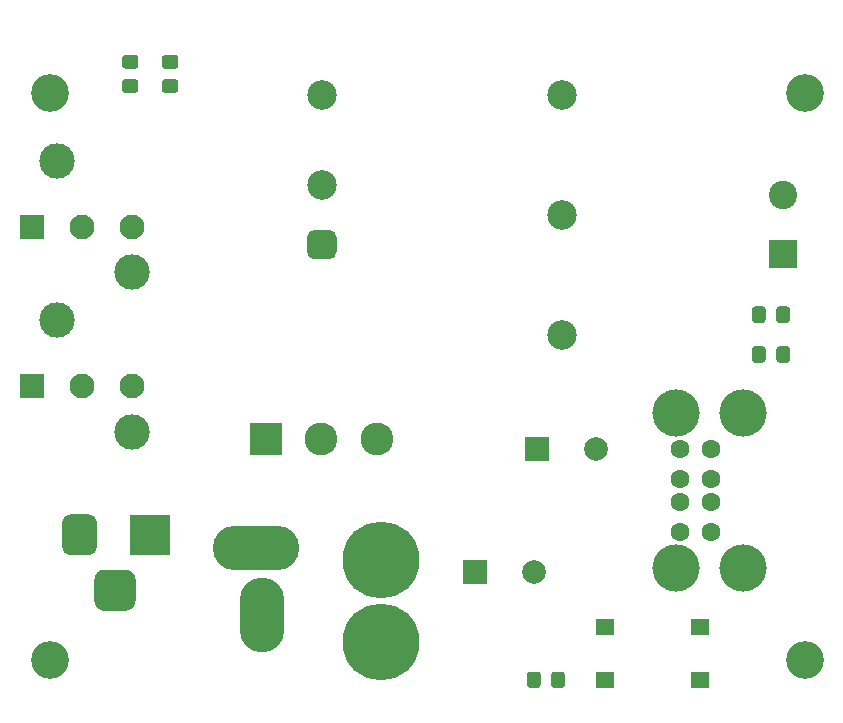
<source format=gts>
G04 #@! TF.GenerationSoftware,KiCad,Pcbnew,(5.1.6)-1*
G04 #@! TF.CreationDate,2022-01-28T10:44:45+01:00*
G04 #@! TF.ProjectId,Supply_5V,53757070-6c79-45f3-9556-2e6b69636164,rev?*
G04 #@! TF.SameCoordinates,Original*
G04 #@! TF.FileFunction,Soldermask,Top*
G04 #@! TF.FilePolarity,Negative*
%FSLAX46Y46*%
G04 Gerber Fmt 4.6, Leading zero omitted, Abs format (unit mm)*
G04 Created by KiCad (PCBNEW (5.1.6)-1) date 2022-01-28 10:44:45*
%MOMM*%
%LPD*%
G01*
G04 APERTURE LIST*
%ADD10C,2.500000*%
%ADD11C,3.200000*%
%ADD12C,1.600000*%
%ADD13C,4.000000*%
%ADD14C,2.775000*%
%ADD15R,2.775000X2.775000*%
%ADD16R,2.400000X2.400000*%
%ADD17C,2.400000*%
%ADD18R,3.500000X3.500000*%
%ADD19R,2.100000X2.100000*%
%ADD20C,2.100000*%
%ADD21C,3.000000*%
%ADD22C,6.500000*%
%ADD23R,2.000000X2.000000*%
%ADD24C,2.000000*%
%ADD25R,1.600000X1.400000*%
%ADD26O,7.315200X3.759200*%
%ADD27O,3.759200X6.315200*%
G04 APERTURE END LIST*
G36*
G01*
X161355000Y-63160000D02*
X160105000Y-63160000D01*
G75*
G02*
X159480000Y-62535000I0J625000D01*
G01*
X159480000Y-61285000D01*
G75*
G02*
X160105000Y-60660000I625000J0D01*
G01*
X161355000Y-60660000D01*
G75*
G02*
X161980000Y-61285000I0J-625000D01*
G01*
X161980000Y-62535000D01*
G75*
G02*
X161355000Y-63160000I-625000J0D01*
G01*
G37*
D10*
X160730000Y-56830000D03*
X181050000Y-69530000D03*
X181050000Y-59370000D03*
X181050000Y-49210000D03*
X160730000Y-49210000D03*
D11*
X137750000Y-49070000D03*
X137750000Y-97090000D03*
X201610000Y-49070000D03*
X201610000Y-97090000D03*
D12*
X191100000Y-86210000D03*
X193720000Y-86210000D03*
X191100000Y-83710000D03*
X193720000Y-83710000D03*
X191100000Y-81710000D03*
X193720000Y-81710000D03*
X191100000Y-79210000D03*
X193720000Y-79210000D03*
D13*
X196430000Y-89280000D03*
X196430000Y-76140000D03*
X190750000Y-89280000D03*
X190750000Y-76140000D03*
D14*
X165390000Y-78360000D03*
X160690000Y-78360000D03*
D15*
X155990000Y-78360000D03*
D16*
X199790000Y-62720000D03*
D17*
X199790000Y-57720000D03*
D18*
X146220000Y-86470000D03*
G36*
G01*
X138720000Y-87470000D02*
X138720000Y-85470000D01*
G75*
G02*
X139470000Y-84720000I750000J0D01*
G01*
X140970000Y-84720000D01*
G75*
G02*
X141720000Y-85470000I0J-750000D01*
G01*
X141720000Y-87470000D01*
G75*
G02*
X140970000Y-88220000I-750000J0D01*
G01*
X139470000Y-88220000D01*
G75*
G02*
X138720000Y-87470000I0J750000D01*
G01*
G37*
G36*
G01*
X141470000Y-92045000D02*
X141470000Y-90295000D01*
G75*
G02*
X142345000Y-89420000I875000J0D01*
G01*
X144095000Y-89420000D01*
G75*
G02*
X144970000Y-90295000I0J-875000D01*
G01*
X144970000Y-92045000D01*
G75*
G02*
X144095000Y-92920000I-875000J0D01*
G01*
X142345000Y-92920000D01*
G75*
G02*
X141470000Y-92045000I0J875000D01*
G01*
G37*
D19*
X136240000Y-73880000D03*
D20*
X140440000Y-73880000D03*
X144640000Y-73880000D03*
D21*
X138340000Y-68330000D03*
X144640000Y-77730000D03*
D19*
X136240000Y-60400000D03*
D20*
X140440000Y-60400000D03*
X144640000Y-60400000D03*
D21*
X138340000Y-54850000D03*
X144640000Y-64250000D03*
G36*
G01*
X200365000Y-70759999D02*
X200365000Y-71660001D01*
G75*
G02*
X200115001Y-71910000I-249999J0D01*
G01*
X199464999Y-71910000D01*
G75*
G02*
X199215000Y-71660001I0J249999D01*
G01*
X199215000Y-70759999D01*
G75*
G02*
X199464999Y-70510000I249999J0D01*
G01*
X200115001Y-70510000D01*
G75*
G02*
X200365000Y-70759999I0J-249999D01*
G01*
G37*
G36*
G01*
X198315000Y-70759999D02*
X198315000Y-71660001D01*
G75*
G02*
X198065001Y-71910000I-249999J0D01*
G01*
X197414999Y-71910000D01*
G75*
G02*
X197165000Y-71660001I0J249999D01*
G01*
X197165000Y-70759999D01*
G75*
G02*
X197414999Y-70510000I249999J0D01*
G01*
X198065001Y-70510000D01*
G75*
G02*
X198315000Y-70759999I0J-249999D01*
G01*
G37*
G36*
G01*
X181315000Y-98299999D02*
X181315000Y-99200001D01*
G75*
G02*
X181065001Y-99450000I-249999J0D01*
G01*
X180414999Y-99450000D01*
G75*
G02*
X180165000Y-99200001I0J249999D01*
G01*
X180165000Y-98299999D01*
G75*
G02*
X180414999Y-98050000I249999J0D01*
G01*
X181065001Y-98050000D01*
G75*
G02*
X181315000Y-98299999I0J-249999D01*
G01*
G37*
G36*
G01*
X179265000Y-98299999D02*
X179265000Y-99200001D01*
G75*
G02*
X179015001Y-99450000I-249999J0D01*
G01*
X178364999Y-99450000D01*
G75*
G02*
X178115000Y-99200001I0J249999D01*
G01*
X178115000Y-98299999D01*
G75*
G02*
X178364999Y-98050000I249999J0D01*
G01*
X179015001Y-98050000D01*
G75*
G02*
X179265000Y-98299999I0J-249999D01*
G01*
G37*
G36*
G01*
X197165000Y-68290001D02*
X197165000Y-67389999D01*
G75*
G02*
X197414999Y-67140000I249999J0D01*
G01*
X198065001Y-67140000D01*
G75*
G02*
X198315000Y-67389999I0J-249999D01*
G01*
X198315000Y-68290001D01*
G75*
G02*
X198065001Y-68540000I-249999J0D01*
G01*
X197414999Y-68540000D01*
G75*
G02*
X197165000Y-68290001I0J249999D01*
G01*
G37*
G36*
G01*
X199215000Y-68290001D02*
X199215000Y-67389999D01*
G75*
G02*
X199464999Y-67140000I249999J0D01*
G01*
X200115001Y-67140000D01*
G75*
G02*
X200365000Y-67389999I0J-249999D01*
G01*
X200365000Y-68290001D01*
G75*
G02*
X200115001Y-68540000I-249999J0D01*
G01*
X199464999Y-68540000D01*
G75*
G02*
X199215000Y-68290001I0J249999D01*
G01*
G37*
D22*
X165770000Y-95520000D03*
X165770000Y-88570000D03*
G36*
G01*
X148340001Y-49055000D02*
X147439999Y-49055000D01*
G75*
G02*
X147190000Y-48805001I0J249999D01*
G01*
X147190000Y-48154999D01*
G75*
G02*
X147439999Y-47905000I249999J0D01*
G01*
X148340001Y-47905000D01*
G75*
G02*
X148590000Y-48154999I0J-249999D01*
G01*
X148590000Y-48805001D01*
G75*
G02*
X148340001Y-49055000I-249999J0D01*
G01*
G37*
G36*
G01*
X148340001Y-47005000D02*
X147439999Y-47005000D01*
G75*
G02*
X147190000Y-46755001I0J249999D01*
G01*
X147190000Y-46104999D01*
G75*
G02*
X147439999Y-45855000I249999J0D01*
G01*
X148340001Y-45855000D01*
G75*
G02*
X148590000Y-46104999I0J-249999D01*
G01*
X148590000Y-46755001D01*
G75*
G02*
X148340001Y-47005000I-249999J0D01*
G01*
G37*
G36*
G01*
X144059999Y-45855000D02*
X144960001Y-45855000D01*
G75*
G02*
X145210000Y-46104999I0J-249999D01*
G01*
X145210000Y-46755001D01*
G75*
G02*
X144960001Y-47005000I-249999J0D01*
G01*
X144059999Y-47005000D01*
G75*
G02*
X143810000Y-46755001I0J249999D01*
G01*
X143810000Y-46104999D01*
G75*
G02*
X144059999Y-45855000I249999J0D01*
G01*
G37*
G36*
G01*
X144059999Y-47905000D02*
X144960001Y-47905000D01*
G75*
G02*
X145210000Y-48154999I0J-249999D01*
G01*
X145210000Y-48805001D01*
G75*
G02*
X144960001Y-49055000I-249999J0D01*
G01*
X144059999Y-49055000D01*
G75*
G02*
X143810000Y-48805001I0J249999D01*
G01*
X143810000Y-48154999D01*
G75*
G02*
X144059999Y-47905000I249999J0D01*
G01*
G37*
D23*
X173710000Y-89620000D03*
D24*
X178710000Y-89620000D03*
D25*
X192750000Y-94290000D03*
X184750000Y-94290000D03*
X192750000Y-98790000D03*
X184750000Y-98790000D03*
D23*
X178940000Y-79250000D03*
D24*
X183940000Y-79250000D03*
D26*
X155200000Y-87570000D03*
D27*
X155636600Y-93270000D03*
M02*

</source>
